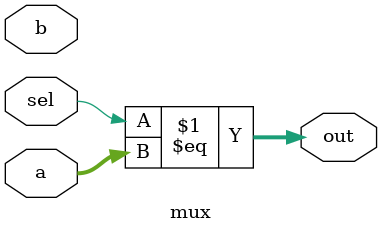
<source format=v>
module mux( 
input [4:0] a, b,
input sel,
output [4:0] out );
// When sel=0, assign a to out. 
// When sel=1, assign b to out. 

assign out = (sel==a);
// 0  --->   0
// 1  --->   1
// 2  --->   0
// 3  --->   1

endmodule

</source>
